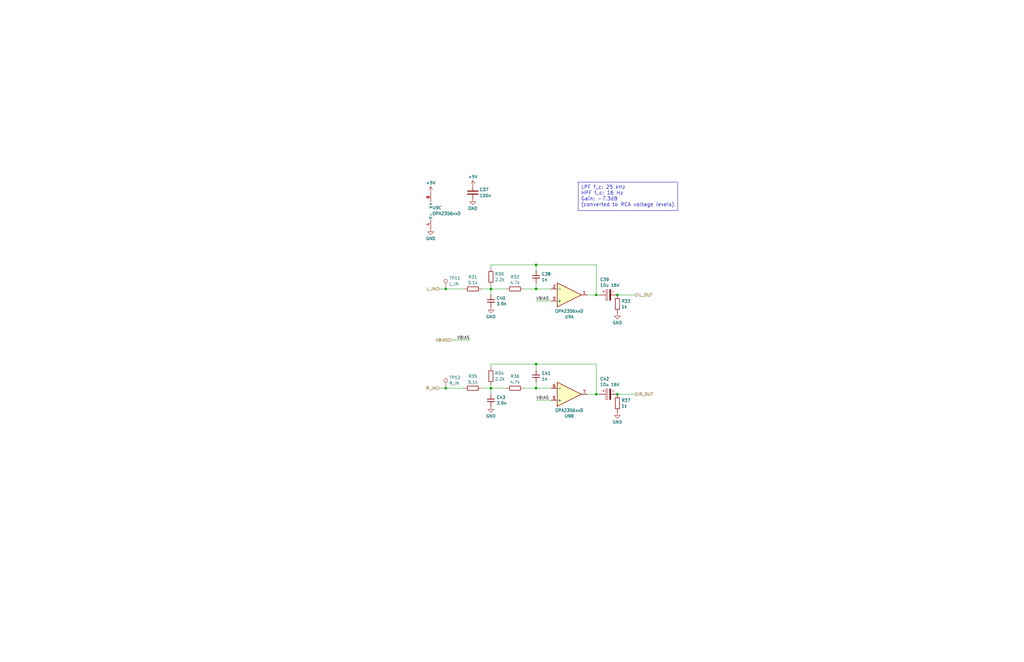
<source format=kicad_sch>
(kicad_sch (version 20231120) (generator "eeschema") (generator_version "8.0")
  (paper "B")
  (title_block (title "Camera Testing Board") (date "2024-10-19") (rev "1") (comment 1 "E. Eidt"))
  (lib_symbols
    (symbol "Amplifier_Operational:OPA2356xxD" (pin_names (offset 0.127))
      (property "Reference" "U" (at 0 5.08 0))
      (property "Value" "OPA2356xxD" (at 0 -5.08 0))
      (symbol "OPA2356xxD_1_1"
        (polyline (pts (xy -5.08 5.08) (xy 5.08 0) (xy -5.08 -5.08) (xy -5.08 5.08)) (stroke (width 0.254)) (fill (type background)))
        (pin output line (at 7.62 0 180) (length 2.54) (name "~") (number "1"))
        (pin input line (at -7.62 -2.54 0) (length 2.54) (name "-") (number "2"))
        (pin input line (at -7.62 2.54 0) (length 2.54) (name "+") (number "3"))
      )
      (symbol "OPA2356xxD_2_1"
        (polyline (pts (xy -5.08 5.08) (xy 5.08 0) (xy -5.08 -5.08) (xy -5.08 5.08)) (stroke (width 0.254)) (fill (type background)))
        (pin input line (at -7.62 2.54 0) (length 2.54) (name "+") (number "5"))
        (pin input line (at -7.62 -2.54 0) (length 2.54) (name "-") (number "6"))
        (pin output line (at 7.62 0 180) (length 2.54) (name "~") (number "7"))
      )
      (symbol "OPA2356xxD_3_1"
        (pin power_in line (at -2.54 -7.62 90) (length 3.81) (name "V-") (number "4"))
        (pin power_in line (at -2.54 7.62 270) (length 3.81) (name "V+") (number "8"))
      )
    )
    (symbol "Connector:TestPoint" (pin_numbers hide) (pin_names (offset 0.762) hide)
      (property "Reference" "TP" (at 0 6.858 0))
      (property "Value" "TestPoint" (at 0 5.08 0))
      (symbol "TestPoint_0_1"
        (circle (center 0 3.302) (radius 0.762))
      )
      (symbol "TestPoint_1_1"
        (pin passive line (at 0 0 90) (length 2.54) (name "1") (number "1"))
      )
    )
    (symbol "Device:C_Small" (pin_numbers hide) (pin_names (offset 0.254) hide)
      (property "Reference" "C" (at 0.254 1.778 0))
      (property "Value" "C_Small" (at 0.254 -2.032 0))
      (symbol "C_Small_0_1"
        (polyline (pts (xy -1.524 -0.508) (xy 1.524 -0.508)) (stroke (width 0.3302)))
        (polyline (pts (xy -1.524 0.508) (xy 1.524 0.508)) (stroke (width 0.3048)))
      )
      (symbol "C_Small_1_1"
        (pin passive line (at 0 2.54 270) (length 2.032) (name "~") (number "1"))
        (pin passive line (at 0 -2.54 90) (length 2.032) (name "~") (number "2"))
      )
    )
    (symbol "PCM_SL_Capacitors:100nF_Ceramic"
      (property "Reference" "C" (at 0 6.35 0))
      (property "Value" "100nF_Ceramic" (at 0 3.81 0))
      (symbol "100nF_Ceramic_0_1"
        (rectangle (start -0.762 2.286) (end -0.508 -2.286) (fill (type outline)))
        (rectangle (start 0.508 2.286) (end 0.762 -2.286) (fill (type outline)))
      )
      (symbol "100nF_Ceramic_1_1"
        (pin passive line (at -2.54 0 0) (length 2) (name "~") (number "1"))
        (pin input line (at 2.54 0 180) (length 2) (name "~") (number "2"))
      )
    )
    (symbol "PCM_SL_Capacitors:10uF_16V"
      (property "Reference" "C" (at 0 7.62 0))
      (property "Value" "10uF_16V" (at 0 5.08 0))
      (symbol "10uF_16V_0_0"
        (text "+" (at -2.032 1.524 0) (effects (font (size 1.27 1.27))))
        (text "-" (at 2.032 1.524 0) (effects (font (size 1.27 1.27))))
      )
      (symbol "10uF_16V_0_1"
        (rectangle (start -1.016 -2.286) (end -0.508 2.286))
        (rectangle (start 0.508 -2.286) (end 1.016 2.286) (fill (type outline)))
      )
      (symbol "10uF_16V_1_1"
        (pin passive line (at -3.81 0 0) (length 2.7) (name "~") (number "1"))
        (pin input line (at 3.81 0 180) (length 2.7) (name "~") (number "2"))
      )
    )
    (symbol "PCM_SL_Resistors:Resistor"
      (property "Reference" "R" (at 0 5.08 0))
      (property "Value" "Resistor" (at 0 2.54 0))
      (symbol "Resistor_0_1"
        (rectangle (start -2.286 0.889) (end 2.286 -0.889) (stroke (width 0.24)))
      )
      (symbol "Resistor_1_1"
        (pin passive line (at -3.81 0 0) (length 1.5) (name "") (number "1"))
        (pin passive line (at 3.81 0 180) (length 1.5) (name "~") (number "2"))
      )
    )
    (symbol "power:+5V" (power) (pin_numbers hide) (pin_names (offset 0) hide)
      (property "Value" "+5V" (at 0 3.556 0))
      (symbol "+5V_0_1"
        (polyline (pts (xy -0.762 1.27) (xy 0 2.54)))
        (polyline (pts (xy 0 0) (xy 0 2.54)))
        (polyline (pts (xy 0 2.54) (xy 0.762 1.27)))
      )
      (symbol "+5V_1_1"
        (pin power_in line (at 0 0 90) (length 0) (name "~") (number "1"))
      )
    )
    (symbol "power:GND" (power) (pin_numbers hide) (pin_names (offset 0) hide)
      (property "Value" "GND" (at 0 -3.81 0))
      (symbol "GND_0_1"
        (polyline (pts (xy 0 0) (xy 0 -1.27) (xy 1.27 -1.27) (xy 0 -2.54) (xy -1.27 -1.27) (xy 0 -1.27)))
      )
      (symbol "GND_1_1"
        (pin power_in line (at 0 0 270) (length 0) (name "~") (number "1"))
      )
    )
  )
  (junction (at 226.06 111.76))
  (junction (at 226.06 163.83))
  (junction (at 260.35 166.37))
  (junction (at 207.01 121.92))
  (junction (at 187.96 121.92))
  (junction (at 207.01 163.83))
  (junction (at 251.46 166.37))
  (junction (at 226.06 153.67))
  (junction (at 260.35 124.46))
  (junction (at 226.06 121.92))
  (junction (at 251.46 124.46))
  (junction (at 187.96 163.83))
  (wire (pts (xy 251.46 166.37) (xy 252.73 166.37)))
  (wire (pts (xy 251.46 124.46) (xy 251.46 111.76)))
  (wire (pts (xy 232.41 121.92) (xy 226.06 121.92)))
  (wire (pts (xy 203.2 121.92) (xy 207.01 121.92)))
  (wire (pts (xy 226.06 161.29) (xy 226.06 163.83)))
  (wire (pts (xy 251.46 166.37) (xy 251.46 153.67)))
  (wire (pts (xy 207.01 153.67) (xy 207.01 154.94)))
  (wire (pts (xy 251.46 124.46) (xy 252.73 124.46)))
  (wire (pts (xy 247.65 124.46) (xy 251.46 124.46)))
  (wire (pts (xy 226.06 111.76) (xy 251.46 111.76)))
  (wire (pts (xy 226.06 121.92) (xy 220.98 121.92)))
  (wire (pts (xy 207.01 120.65) (xy 207.01 121.92)))
  (wire (pts (xy 207.01 111.76) (xy 226.06 111.76)))
  (wire (pts (xy 207.01 121.92) (xy 213.36 121.92)))
  (wire (pts (xy 260.35 124.46) (xy 267.97 124.46)))
  (wire (pts (xy 247.65 166.37) (xy 251.46 166.37)))
  (wire (pts (xy 207.01 163.83) (xy 207.01 166.37)))
  (wire (pts (xy 226.06 127) (xy 232.41 127)))
  (wire (pts (xy 260.35 166.37) (xy 267.97 166.37)))
  (wire (pts (xy 187.96 121.92) (xy 195.58 121.92)))
  (wire (pts (xy 226.06 168.91) (xy 232.41 168.91)))
  (wire (pts (xy 207.01 153.67) (xy 226.06 153.67)))
  (wire (pts (xy 226.06 119.38) (xy 226.06 121.92)))
  (wire (pts (xy 207.01 121.92) (xy 207.01 124.46)))
  (wire (pts (xy 226.06 163.83) (xy 220.98 163.83)))
  (wire (pts (xy 226.06 114.3) (xy 226.06 111.76)))
  (wire (pts (xy 226.06 156.21) (xy 226.06 153.67)))
  (wire (pts (xy 198.12 143.51) (xy 190.5 143.51)))
  (wire (pts (xy 226.06 153.67) (xy 251.46 153.67)))
  (wire (pts (xy 187.96 163.83) (xy 195.58 163.83)))
  (wire (pts (xy 207.01 163.83) (xy 213.36 163.83)))
  (wire (pts (xy 232.41 163.83) (xy 226.06 163.83)))
  (wire (pts (xy 207.01 111.76) (xy 207.01 113.03)))
  (wire (pts (xy 207.01 162.56) (xy 207.01 163.83)))
  (wire (pts (xy 185.42 121.92) (xy 187.96 121.92)))
  (wire (pts (xy 185.42 163.83) (xy 187.96 163.83)))
  (wire (pts (xy 203.2 163.83) (xy 207.01 163.83)))
  (text_box "LPF f_c: 25 kHz\nHPF f_c: 16 Hz\nGain: -7.3dB \n(converted to RCA voltage levels)" (at 243.84 76.835 0) (size 41.91 12.065) (effects (font (size 1.524 1.524)) (justify left top)))
  (label "VBIAS" (at 198.12 143.51 180))
  (label "VBIAS" (at 226.06 127 0))
  (label "VBIAS" (at 226.06 168.91 0))
  (hierarchical_label "R_IN" (shape input) (at 185.42 163.83 180))
  (hierarchical_label "L_IN" (shape input) (at 185.42 121.92 180))
  (hierarchical_label "R_OUT" (shape output) (at 267.97 166.37 0))
  (hierarchical_label "L_OUT" (shape output) (at 267.97 124.46 0))
  (hierarchical_label "VBIAS" (shape input) (at 190.5 143.51 180))
  (symbol (lib_id "PCM_SL_Capacitors:10uF_16V") (at 256.54 124.46 0) (unit 1)
    (property "Reference" "C39" (at 252.984 117.9717 0) (effects (justify left)))
    (property "Value" "10u 16V" (at 252.984 120.396 0) (effects (justify left)))
    (property "Footprint" "Capacitor_Tantalum_SMD:CP_EIA-3216-18_Kemet-A" (effects (hide yes)))
    (property "Description" "10uF, 16V Electrolytic Capacitor" (effects (hide yes)))
  )
  (symbol (lib_id "Connector:TestPoint") (at 187.96 121.92 0) (unit 1)
    (property "Reference" "TP11" (at 189.357 117.4058 0) (effects (justify left)))
    (property "Value" "L_IN" (at 189.357 119.8301 0) (effects (justify left)))
    (property "Footprint" "TestPoint:TestPoint_Keystone_5000-5004_Miniature" (effects (hide yes)))
    (property "Description" "test point" (effects (hide yes)))
  )
  (symbol (lib_id "Amplifier_Operational:OPA2356xxD") (at 184.15 88.9 0) (unit 3)
    (property "Reference" "U9" (at 182.245 87.6878 0) (effects (justify left)))
    (property "Value" "OPA2356xxD" (at 182.245 90.1121 0) (effects (justify left)))
    (property "Footprint" "Package_SO:SOIC-8_3.9x4.9mm_P1.27mm" (effects (hide yes)))
    (property "Datasheet" "http://www.ti.com/lit/ds/symlink/opa2356.pdf" (effects (hide yes)))
    (property "Description" "Dual High Speed CMOS Operational Amplifiers, SOIC-8" (effects (hide yes)))
  )
  (symbol (lib_id "PCM_SL_Resistors:Resistor") (at 207.01 158.75 90) (unit 1)
    (property "Reference" "R34" (at 208.654 157.5378 90) (effects (justify right)))
    (property "Value" "2.2k" (at 208.654 159.9621 90) (effects (justify right)))
    (property "Footprint" "Resistor_SMD:R_0603_1608Metric" (effects (hide yes)))
    (property "Description" "1/4W Resistor" (effects (hide yes)))
  )
  (symbol (lib_id "Device:C_Small") (at 207.01 127 0) (unit 1)
    (property "Reference" "C40" (at 209.3341 125.7941 0) (effects (justify left)))
    (property "Value" "3.9n" (at 209.3341 128.2184 0) (effects (justify left)))
    (property "Footprint" "Capacitor_SMD:C_0603_1608Metric" (effects (hide yes)))
    (property "Description" "Unpolarized capacitor, small symbol" (effects (hide yes)))
  )
  (symbol (lib_id "PCM_SL_Capacitors:100nF_Ceramic") (at 199.39 81.28 90) (unit 1)
    (property "Reference" "C37" (at 202.184 80.01 90) (effects (justify right)))
    (property "Value" "100n" (at 202.184 82.55 90) (effects (justify right)))
    (property "Footprint" "Capacitor_SMD:C_0603_1608Metric" (effects (hide yes)))
    (property "Description" "100nF Ceramic Capacitor" (effects (hide yes)))
  )
  (symbol (lib_id "PCM_SL_Resistors:Resistor") (at 217.17 163.83 0) (unit 1)
    (property "Reference" "R36" (at 217.17 158.8035 0))
    (property "Value" "4.7k" (at 217.17 161.2278 0))
    (property "Footprint" "Resistor_SMD:R_0603_1608Metric" (effects (hide yes)))
    (property "Description" "1/4W Resistor" (effects (hide yes)))
  )
  (symbol (lib_id "power:GND") (at 260.35 173.99 0) (unit 1)
    (property "Reference" "#PWR082" (effects (hide yes)))
    (property "Value" "GND" (at 260.35 178.1231 0))
    (property "Description" "Power symbol creates a global label with name \"GND\" , ground" (effects (hide yes)))
  )
  (symbol (lib_id "PCM_SL_Resistors:Resistor") (at 217.17 121.92 0) (unit 1)
    (property "Reference" "R32" (at 217.17 116.8935 0))
    (property "Value" "4.7k" (at 217.17 119.3178 0))
    (property "Footprint" "Resistor_SMD:R_0603_1608Metric" (effects (hide yes)))
    (property "Description" "1/4W Resistor" (effects (hide yes)))
  )
  (symbol (lib_id "power:GND") (at 260.35 132.08 0) (unit 1)
    (property "Reference" "#PWR080" (effects (hide yes)))
    (property "Value" "GND" (at 260.35 136.2131 0))
    (property "Description" "Power symbol creates a global label with name \"GND\" , ground" (effects (hide yes)))
  )
  (symbol (lib_id "Device:C_Small") (at 207.01 168.91 0) (unit 1)
    (property "Reference" "C43" (at 209.3341 167.7041 0) (effects (justify left)))
    (property "Value" "3.9n" (at 209.3341 170.1284 0) (effects (justify left)))
    (property "Footprint" "Capacitor_SMD:C_0603_1608Metric" (effects (hide yes)))
    (property "Description" "Unpolarized capacitor, small symbol" (effects (hide yes)))
  )
  (symbol (lib_id "Amplifier_Operational:OPA2356xxD") (at 240.03 166.37 0) (mirror x) (unit 2)
    (property "Reference" "U9" (at 240.03 175.5945 0))
    (property "Value" "OPA2356xxD" (at 240.03 173.1702 0))
    (property "Footprint" "Package_SO:SOIC-8_3.9x4.9mm_P1.27mm" (effects (hide yes)))
    (property "Datasheet" "http://www.ti.com/lit/ds/symlink/opa2356.pdf" (effects (hide yes)))
    (property "Description" "Dual High Speed CMOS Operational Amplifiers, SOIC-8" (effects (hide yes)))
  )
  (symbol (lib_id "Device:C_Small") (at 226.06 158.75 0) (unit 1)
    (property "Reference" "C41" (at 228.3841 157.5441 0) (effects (justify left)))
    (property "Value" "1n" (at 228.3841 159.9684 0) (effects (justify left)))
    (property "Footprint" "Capacitor_SMD:C_0603_1608Metric" (effects (hide yes)))
    (property "Description" "Unpolarized capacitor, small symbol" (effects (hide yes)))
  )
  (symbol (lib_id "Device:C_Small") (at 226.06 116.84 0) (unit 1)
    (property "Reference" "C38" (at 228.3841 115.6341 0) (effects (justify left)))
    (property "Value" "1n" (at 228.3841 118.0584 0) (effects (justify left)))
    (property "Footprint" "Capacitor_SMD:C_0603_1608Metric" (effects (hide yes)))
    (property "Description" "Unpolarized capacitor, small symbol" (effects (hide yes)))
  )
  (symbol (lib_id "PCM_SL_Resistors:Resistor") (at 199.39 163.83 0) (unit 1)
    (property "Reference" "R35" (at 199.39 158.8035 0))
    (property "Value" "5.1k" (at 199.39 161.2278 0))
    (property "Footprint" "Resistor_SMD:R_0603_1608Metric" (effects (hide yes)))
    (property "Description" "1/4W Resistor" (effects (hide yes)))
  )
  (symbol (lib_id "PCM_SL_Resistors:Resistor") (at 260.35 128.27 90) (unit 1)
    (property "Reference" "R33" (at 261.994 127.0578 90) (effects (justify right)))
    (property "Value" "1k" (at 261.994 129.4821 90) (effects (justify right)))
    (property "Footprint" "Resistor_SMD:R_0603_1608Metric" (effects (hide yes)))
    (property "Description" "1/4W Resistor" (effects (hide yes)))
  )
  (symbol (lib_id "power:GND") (at 207.01 129.54 0) (unit 1)
    (property "Reference" "#PWR079" (effects (hide yes)))
    (property "Value" "GND" (at 207.01 133.6731 0))
    (property "Description" "Power symbol creates a global label with name \"GND\" , ground" (effects (hide yes)))
  )
  (symbol (lib_id "Amplifier_Operational:OPA2356xxD") (at 240.03 124.46 0) (mirror x) (unit 1)
    (property "Reference" "U9" (at 240.03 133.6845 0))
    (property "Value" "OPA2356xxD" (at 240.03 131.2602 0))
    (property "Footprint" "Package_SO:SOIC-8_3.9x4.9mm_P1.27mm" (effects (hide yes)))
    (property "Datasheet" "http://www.ti.com/lit/ds/symlink/opa2356.pdf" (effects (hide yes)))
    (property "Description" "Dual High Speed CMOS Operational Amplifiers, SOIC-8" (effects (hide yes)))
  )
  (symbol (lib_id "PCM_SL_Resistors:Resistor") (at 199.39 121.92 0) (unit 1)
    (property "Reference" "R31" (at 199.39 116.8935 0))
    (property "Value" "5.1k" (at 199.39 119.3178 0))
    (property "Footprint" "Resistor_SMD:R_0603_1608Metric" (effects (hide yes)))
    (property "Description" "1/4W Resistor" (effects (hide yes)))
  )
  (symbol (lib_id "power:+5V") (at 199.39 78.74 0) (unit 1)
    (property "Reference" "#PWR075" (effects (hide yes)))
    (property "Value" "+5V" (at 199.39 74.6069 0))
    (property "Description" "Power symbol creates a global label with name \"+5V\"" (effects (hide yes)))
  )
  (symbol (lib_id "power:GND") (at 207.01 171.45 0) (unit 1)
    (property "Reference" "#PWR081" (effects (hide yes)))
    (property "Value" "GND" (at 207.01 175.5831 0))
    (property "Description" "Power symbol creates a global label with name \"GND\" , ground" (effects (hide yes)))
  )
  (symbol (lib_id "power:GND") (at 181.61 96.52 0) (unit 1)
    (property "Reference" "#PWR078" (effects (hide yes)))
    (property "Value" "GND" (at 181.61 100.6531 0))
    (property "Description" "Power symbol creates a global label with name \"GND\" , ground" (effects (hide yes)))
  )
  (symbol (lib_id "PCM_SL_Capacitors:10uF_16V") (at 256.54 166.37 0) (unit 1)
    (property "Reference" "C42" (at 252.984 159.8817 0) (effects (justify left)))
    (property "Value" "10u 16V" (at 252.984 162.306 0) (effects (justify left)))
    (property "Footprint" "Capacitor_Tantalum_SMD:CP_EIA-3216-18_Kemet-A" (effects (hide yes)))
    (property "Description" "10uF, 16V Electrolytic Capacitor" (effects (hide yes)))
  )
  (symbol (lib_id "PCM_SL_Resistors:Resistor") (at 207.01 116.84 90) (unit 1)
    (property "Reference" "R30" (at 208.654 115.6278 90) (effects (justify right)))
    (property "Value" "2.2k" (at 208.654 118.0521 90) (effects (justify right)))
    (property "Footprint" "Resistor_SMD:R_0603_1608Metric" (effects (hide yes)))
    (property "Description" "1/4W Resistor" (effects (hide yes)))
  )
  (symbol (lib_id "PCM_SL_Resistors:Resistor") (at 260.35 170.18 90) (unit 1)
    (property "Reference" "R37" (at 261.994 168.9678 90) (effects (justify right)))
    (property "Value" "1k" (at 261.994 171.3921 90) (effects (justify right)))
    (property "Footprint" "Resistor_SMD:R_0603_1608Metric" (effects (hide yes)))
    (property "Description" "1/4W Resistor" (effects (hide yes)))
  )
  (symbol (lib_id "Connector:TestPoint") (at 187.96 163.83 0) (unit 1)
    (property "Reference" "TP12" (at 189.357 159.3158 0) (effects (justify left)))
    (property "Value" "R_IN" (at 189.357 161.7401 0) (effects (justify left)))
    (property "Footprint" "TestPoint:TestPoint_Keystone_5000-5004_Miniature" (effects (hide yes)))
    (property "Description" "test point" (effects (hide yes)))
  )
  (symbol (lib_id "power:GND") (at 199.39 83.82 0) (unit 1)
    (property "Reference" "#PWR077" (effects (hide yes)))
    (property "Value" "GND" (at 199.39 87.9531 0))
    (property "Description" "Power symbol creates a global label with name \"GND\" , ground" (effects (hide yes)))
  )
  (symbol (lib_id "power:+5V") (at 181.61 81.28 0) (unit 1)
    (property "Reference" "#PWR076" (effects (hide yes)))
    (property "Value" "+5V" (at 181.61 77.1469 0))
    (property "Description" "Power symbol creates a global label with name \"+5V\"" (effects (hide yes)))
  )
)
</source>
